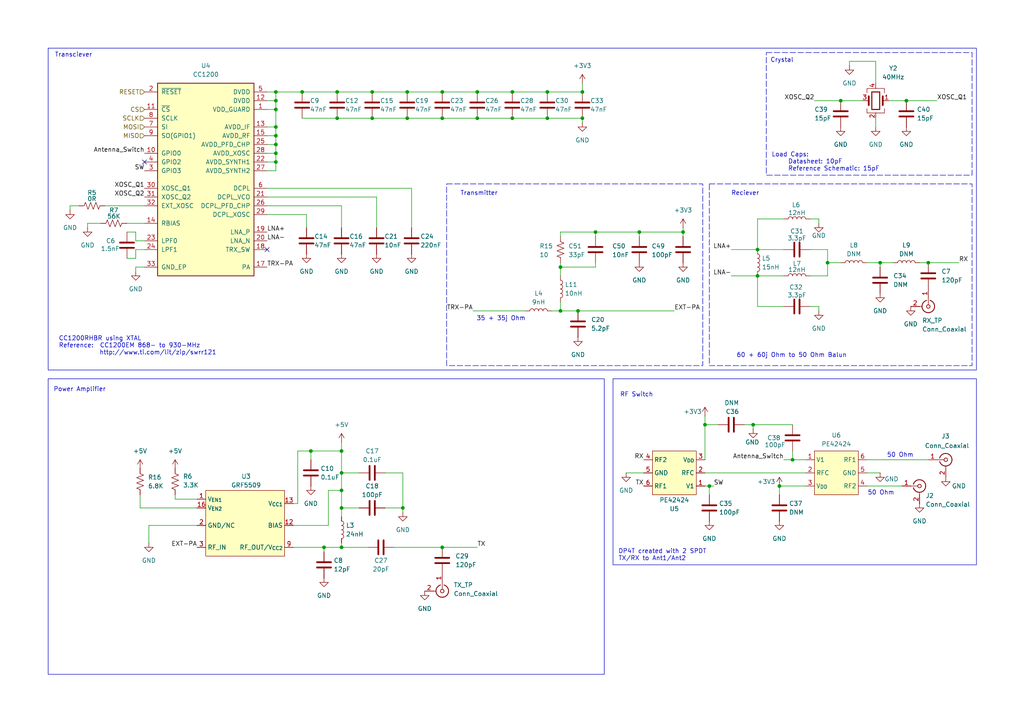
<source format=kicad_sch>
(kicad_sch (version 20231120) (generator "eeschema") (generator_version "8.0")
  (paper "A4")
  (lib_symbols
    (symbol "Connector:Conn_Coaxial" (pin_names (offset 1.016) hide)
      (property "Reference" "J" (at 0.254 3.048 0))
      (property "Value" "Conn_Coaxial" (at 2.921 0 90))
      (symbol "Conn_Coaxial_0_1"
        (arc (start -1.778 -0.508) (mid 0.2311 -1.8066) (end 1.778 0) (stroke (width 0.254)))
        (polyline (pts (xy -2.54 0) (xy -0.508 0)))
        (polyline (pts (xy 0 -2.54) (xy 0 -1.778)))
        (circle (center 0 0) (radius 0.508) (stroke (width 0.2032)))
        (arc (start 1.778 0) (mid 0.2099 1.8101) (end -1.778 0.508) (stroke (width 0.254)))
      )
      (symbol "Conn_Coaxial_1_1"
        (pin passive line (at -5.08 0 0) (length 2.54) (name "In") (number "1"))
        (pin passive line (at 0 -5.08 90) (length 2.54) (name "Ext") (number "2"))
      )
    )
    (symbol "Device:C" (pin_numbers hide) (pin_names (offset 0.254))
      (property "Reference" "C" (at 0.635 2.54 0))
      (property "Value" "C" (at 0.635 -2.54 0))
      (symbol "C_0_1"
        (polyline (pts (xy -2.032 -0.762) (xy 2.032 -0.762)) (stroke (width 0.508)))
        (polyline (pts (xy -2.032 0.762) (xy 2.032 0.762)) (stroke (width 0.508)))
      )
      (symbol "C_1_1"
        (pin passive line (at 0 3.81 270) (length 2.794) (name "~") (number "1"))
        (pin passive line (at 0 -3.81 90) (length 2.794) (name "~") (number "2"))
      )
    )
    (symbol "Device:Crystal_GND24" (pin_names (offset 1.016) hide)
      (property "Reference" "Y" (at 3.175 5.08 0))
      (property "Value" "Crystal_GND24" (at 3.175 3.175 0))
      (symbol "Crystal_GND24_0_1"
        (rectangle (start -1.143 2.54) (end 1.143 -2.54) (stroke (width 0.3048)))
        (polyline (pts (xy -2.54 0) (xy -2.032 0)))
        (polyline (pts (xy -2.032 -1.27) (xy -2.032 1.27)) (stroke (width 0.508)))
        (polyline (pts (xy 0 -3.81) (xy 0 -3.556)))
        (polyline (pts (xy 0 3.556) (xy 0 3.81)))
        (polyline (pts (xy 2.032 -1.27) (xy 2.032 1.27)) (stroke (width 0.508)))
        (polyline (pts (xy 2.032 0) (xy 2.54 0)))
        (polyline (pts (xy -2.54 -2.286) (xy -2.54 -3.556) (xy 2.54 -3.556) (xy 2.54 -2.286)))
        (polyline (pts (xy -2.54 2.286) (xy -2.54 3.556) (xy 2.54 3.556) (xy 2.54 2.286)))
      )
      (symbol "Crystal_GND24_1_1"
        (pin passive line (at -3.81 0 0) (length 1.27) (name "1") (number "1"))
        (pin passive line (at 0 5.08 270) (length 1.27) (name "2") (number "2"))
        (pin passive line (at 3.81 0 180) (length 1.27) (name "3") (number "3"))
        (pin passive line (at 0 -5.08 90) (length 1.27) (name "4") (number "4"))
      )
    )
    (symbol "Device:L" (pin_numbers hide) (pin_names (offset 1.016) hide)
      (property "Reference" "L" (at -1.27 0 90))
      (property "Value" "L" (at 1.905 0 90))
      (symbol "L_0_1"
        (arc (start 0 -2.54) (mid 0.6323 -1.905) (end 0 -1.27))
        (arc (start 0 -1.27) (mid 0.6323 -0.635) (end 0 0))
        (arc (start 0 0) (mid 0.6323 0.635) (end 0 1.27))
        (arc (start 0 1.27) (mid 0.6323 1.905) (end 0 2.54))
      )
      (symbol "L_1_1"
        (pin passive line (at 0 3.81 270) (length 1.27) (name "1") (number "1"))
        (pin passive line (at 0 -3.81 90) (length 1.27) (name "2") (number "2"))
      )
    )
    (symbol "Device:R_US" (pin_numbers hide) (pin_names (offset 0))
      (property "Reference" "R" (at 2.54 0 90))
      (property "Value" "R_US" (at -2.54 0 90))
      (symbol "R_US_0_1"
        (polyline (pts (xy 0 -2.286) (xy 0 -2.54)))
        (polyline (pts (xy 0 2.286) (xy 0 2.54)))
        (polyline (pts (xy 0 -0.762) (xy 1.016 -1.143) (xy 0 -1.524) (xy -1.016 -1.905) (xy 0 -2.286)))
        (polyline (pts (xy 0 0.762) (xy 1.016 0.381) (xy 0 0) (xy -1.016 -0.381) (xy 0 -0.762)))
        (polyline (pts (xy 0 2.286) (xy 1.016 1.905) (xy 0 1.524) (xy -1.016 1.143) (xy 0 0.762)))
      )
      (symbol "R_US_1_1"
        (pin passive line (at 0 3.81 270) (length 1.27) (name "~") (number "1"))
        (pin passive line (at 0 -3.81 90) (length 1.27) (name "~") (number "2"))
      )
    )
    (symbol "RF:CC1200" (pin_names (offset 1.016))
      (property "Reference" "U" (at -12.7 29.21 0))
      (property "Value" "CC1200" (at -10.16 -29.21 0))
      (symbol "CC1200_0_1"
        (rectangle (start -13.97 27.94) (end 13.97 -27.94) (stroke (width 0.254)) (fill (type background)))
      )
      (symbol "CC1200_1_1"
        (pin power_in line (at 17.78 20.32 180) (length 3.81) (name "VDD_GUARD") (number "1"))
        (pin bidirectional line (at -17.78 7.62 0) (length 3.81) (name "GPIO0") (number "10"))
        (pin input line (at -17.78 20.32 0) (length 3.81) (name "~{CS}") (number "11"))
        (pin power_in line (at 17.78 22.86 180) (length 3.81) (name "DVDD") (number "12"))
        (pin power_in line (at 17.78 15.24 180) (length 3.81) (name "AVDD_IF") (number "13"))
        (pin passive line (at -17.78 -12.7 0) (length 3.81) (name "RBIAS") (number "14"))
        (pin power_in line (at 17.78 12.7 180) (length 3.81) (name "AVDD_RF") (number "15"))
        (pin passive line (at 17.78 -25.4 180) (length 3.81) (name "PA") (number "17"))
        (pin passive line (at 17.78 -20.32 180) (length 3.81) (name "TRX_SW") (number "18"))
        (pin passive line (at 17.78 -15.24 180) (length 3.81) (name "LNA_P") (number "19"))
        (pin input line (at -17.78 25.4 0) (length 3.81) (name "~{RESET}") (number "2"))
        (pin passive line (at 17.78 -17.78 180) (length 3.81) (name "LNA_N") (number "20"))
        (pin power_out line (at 17.78 -5.08 180) (length 3.81) (name "DCPL_VCO") (number "21"))
        (pin power_in line (at 17.78 5.08 180) (length 3.81) (name "AVDD_SYNTH1") (number "22"))
        (pin passive line (at -17.78 -17.78 0) (length 3.81) (name "LPF0") (number "23"))
        (pin passive line (at -17.78 -20.32 0) (length 3.81) (name "LPF1") (number "24"))
        (pin power_in line (at 17.78 10.16 180) (length 3.81) (name "AVDD_PFD_CHP") (number "25"))
        (pin power_out line (at 17.78 -7.62 180) (length 3.81) (name "DCPL_PFD_CHP") (number "26"))
        (pin power_in line (at 17.78 2.54 180) (length 3.81) (name "AVDD_SYNTH2") (number "27"))
        (pin power_in line (at 17.78 7.62 180) (length 3.81) (name "AVDD_XOSC") (number "28"))
        (pin power_out line (at 17.78 -10.16 180) (length 3.81) (name "DCPL_XOSC") (number "29"))
        (pin bidirectional line (at -17.78 2.54 0) (length 3.81) (name "GPIO3") (number "3"))
        (pin passive line (at -17.78 -2.54 0) (length 3.81) (name "XOSC_Q1") (number "30"))
        (pin passive line (at -17.78 -5.08 0) (length 3.81) (name "XOSC_Q2") (number "31"))
        (pin input line (at -17.78 -7.62 0) (length 3.81) (name "EXT_XOSC") (number "32"))
        (pin power_in line (at -17.78 -25.4 0) (length 3.81) (name "GND_EP") (number "33"))
        (pin bidirectional line (at -17.78 5.08 0) (length 3.81) (name "GPIO2") (number "4"))
        (pin power_in line (at 17.78 25.4 180) (length 3.81) (name "DVDD") (number "5"))
        (pin power_out line (at 17.78 -2.54 180) (length 3.81) (name "DCPL") (number "6"))
        (pin input line (at -17.78 15.24 0) (length 3.81) (name "SI") (number "7"))
        (pin input line (at -17.78 17.78 0) (length 3.81) (name "SCLK") (number "8"))
        (pin bidirectional line (at -17.78 12.7 0) (length 3.81) (name "SO(GPIO1)") (number "9"))
      )
    )
    (symbol "ltt:GRF5509"
      (property "Reference" "U" (at -0.254 14.224 0))
      (property "Value" "GRF5509" (at 0 11.684 0))
      (symbol "GRF5509_1_1"
        (rectangle (start -11.43 10.16) (end 11.43 -8.89) (fill (type background)))
        (pin power_in line (at -13.97 7.62 0) (length 2.54) (name "V_{EN1}") (number "1"))
        (pin output line (at 13.97 -6.35 180) (length 2.54) hide (name "RF_OUT/V_{CC2}") (number "10"))
        (pin power_in line (at -13.97 0 0) (length 2.54) hide (name "GND/NC") (number "11"))
        (pin passive line (at 13.97 0 180) (length 2.54) (name "BIAS") (number "12"))
        (pin power_in line (at 13.97 6.35 180) (length 2.54) (name "V_{CC1}") (number "13"))
        (pin power_in line (at -13.97 0 0) (length 2.54) hide (name "GND/NC") (number "14"))
        (pin power_in line (at -13.97 0 0) (length 2.54) hide (name "GND/NC") (number "15"))
        (pin power_in line (at -13.97 5.08 0) (length 2.54) (name "V_{EN2}") (number "16"))
        (pin power_in line (at -13.97 0 0) (length 2.54) (name "GND/NC") (number "2"))
        (pin input line (at -13.97 -6.35 0) (length 2.54) (name "RF_IN") (number "3"))
        (pin input line (at -13.97 -6.35 0) (length 2.54) hide (name "RF_IN") (number "4"))
        (pin power_in line (at -13.97 0 0) (length 2.54) hide (name "GND/NC") (number "5"))
        (pin power_in line (at -13.97 0 0) (length 2.54) hide (name "GND/NC") (number "6"))
        (pin power_in line (at -13.97 0 0) (length 2.54) hide (name "GND/NC") (number "7"))
        (pin power_in line (at -13.97 0 0) (length 2.54) hide (name "GND/NC") (number "8"))
        (pin output line (at 13.97 -6.35 180) (length 2.54) (name "RF_OUT/V_{CC2}") (number "9"))
      )
    )
    (symbol "ltt:PE42424"
      (property "Reference" "U" (at 0 9.652 0))
      (property "Value" "PE42424" (at 0 7.62 0))
      (symbol "PE42424_1_1"
        (rectangle (start -6.35 6.35) (end 6.35 -6.35) (fill (type background)))
        (pin input line (at -8.89 3.81 0) (length 2.54) (name "V1") (number "1"))
        (pin passive line (at -8.89 0 0) (length 2.54) (name "RFC") (number "2"))
        (pin power_in line (at -8.89 -3.81 0) (length 2.54) (name "V_{DD}") (number "3"))
        (pin output line (at 8.89 -3.81 180) (length 2.54) (name "RF2") (number "4"))
        (pin power_in line (at 8.89 0 180) (length 2.54) (name "GND") (number "5"))
        (pin output line (at 8.89 3.81 180) (length 2.54) (name "RF1") (number "6"))
      )
    )
    (symbol "power:+3V3" (power) (pin_numbers hide) (pin_names (offset 0) hide)
      (property "Value" "+3V3" (at 0 3.556 0))
      (symbol "+3V3_0_1"
        (polyline (pts (xy -0.762 1.27) (xy 0 2.54)))
        (polyline (pts (xy 0 0) (xy 0 2.54)))
        (polyline (pts (xy 0 2.54) (xy 0.762 1.27)))
      )
      (symbol "+3V3_1_1"
        (pin power_in line (at 0 0 90) (length 0) (name "~") (number "1"))
      )
    )
    (symbol "power:+5V" (power) (pin_numbers hide) (pin_names (offset 0) hide)
      (property "Value" "+5V" (at 0 3.556 0))
      (symbol "+5V_0_1"
        (polyline (pts (xy -0.762 1.27) (xy 0 2.54)))
        (polyline (pts (xy 0 0) (xy 0 2.54)))
        (polyline (pts (xy 0 2.54) (xy 0.762 1.27)))
      )
      (symbol "+5V_1_1"
        (pin power_in line (at 0 0 90) (length 0) (name "~") (number "1"))
      )
    )
    (symbol "power:GND" (power) (pin_numbers hide) (pin_names (offset 0) hide)
      (property "Value" "GND" (at 0 -3.81 0))
      (symbol "GND_0_1"
        (polyline (pts (xy 0 0) (xy 0 -1.27) (xy 1.27 -1.27) (xy 0 -2.54) (xy -1.27 -1.27) (xy 0 -1.27)))
      )
      (symbol "GND_1_1"
        (pin power_in line (at 0 0 270) (length 0) (name "~") (number "1"))
      )
    )
  )
  (junction (at 185.42 67.31))
  (junction (at 97.79 34.29))
  (junction (at 80.01 41.91))
  (junction (at 80.01 39.37))
  (junction (at 243.84 29.21))
  (junction (at 219.71 72.39))
  (junction (at 226.06 140.97))
  (junction (at 118.11 34.29))
  (junction (at 204.47 123.19))
  (junction (at 97.79 26.67))
  (junction (at 80.01 46.99))
  (junction (at 128.27 26.67))
  (junction (at 168.91 26.67))
  (junction (at 162.56 90.17))
  (junction (at 93.98 158.75))
  (junction (at 158.75 34.29))
  (junction (at 80.01 44.45))
  (junction (at 107.95 26.67))
  (junction (at 87.63 26.67))
  (junction (at 269.24 76.2))
  (junction (at 255.27 76.2))
  (junction (at 229.87 133.35))
  (junction (at 128.27 158.75))
  (junction (at 80.01 26.67))
  (junction (at 80.01 36.83))
  (junction (at 148.59 34.29))
  (junction (at 172.72 67.31))
  (junction (at 198.12 67.31))
  (junction (at 99.06 142.24))
  (junction (at 99.06 130.81))
  (junction (at 168.91 34.29))
  (junction (at 107.95 34.29))
  (junction (at 90.17 130.81))
  (junction (at 205.74 140.97))
  (junction (at 148.59 26.67))
  (junction (at 99.06 158.75))
  (junction (at 116.84 147.32))
  (junction (at 99.06 147.32))
  (junction (at 158.75 26.67))
  (junction (at 240.03 76.2))
  (junction (at 99.06 137.16))
  (junction (at 128.27 34.29))
  (junction (at 138.43 26.67))
  (junction (at 219.71 80.01))
  (junction (at 138.43 34.29))
  (junction (at 162.56 77.47))
  (junction (at 262.89 29.21))
  (junction (at 80.01 31.75))
  (junction (at 118.11 26.67))
  (junction (at 218.44 123.19))
  (junction (at 167.64 90.17))
  (junction (at 80.01 29.21))
  (no_connect (at 41.91 46.99))
  (no_connect (at 77.47 72.39))
  (wire (pts (xy 254 17.78) (xy 246.38 17.78)))
  (wire (pts (xy 172.72 67.31) (xy 185.42 67.31)))
  (wire (pts (xy 99.06 142.24) (xy 99.06 147.32)))
  (wire (pts (xy 219.71 80.01) (xy 227.33 80.01)))
  (wire (pts (xy 148.59 34.29) (xy 158.75 34.29)))
  (wire (pts (xy 219.71 72.39) (xy 227.33 72.39)))
  (wire (pts (xy 168.91 26.67) (xy 168.91 24.13)))
  (wire (pts (xy 226.06 140.97) (xy 226.06 143.51)))
  (wire (pts (xy 77.47 44.45) (xy 80.01 44.45)))
  (wire (pts (xy 168.91 35.56) (xy 168.91 34.29)))
  (wire (pts (xy 237.49 88.9) (xy 237.49 90.17)))
  (wire (pts (xy 36.83 64.77) (xy 41.91 64.77)))
  (wire (pts (xy 128.27 34.29) (xy 138.43 34.29)))
  (wire (pts (xy 212.09 80.01) (xy 219.71 80.01)))
  (wire (pts (xy 229.87 133.35) (xy 233.68 133.35)))
  (wire (pts (xy 255.27 76.2) (xy 259.08 76.2)))
  (wire (pts (xy 39.37 72.39) (xy 39.37 74.93)))
  (wire (pts (xy 80.01 41.91) (xy 80.01 39.37)))
  (wire (pts (xy 107.95 26.67) (xy 118.11 26.67)))
  (wire (pts (xy 43.18 152.4) (xy 57.15 152.4)))
  (wire (pts (xy 205.74 140.97) (xy 205.74 143.51)))
  (wire (pts (xy 240.03 72.39) (xy 240.03 76.2)))
  (wire (pts (xy 227.33 133.35) (xy 229.87 133.35)))
  (wire (pts (xy 86.36 130.81) (xy 86.36 146.05)))
  (wire (pts (xy 255.27 137.16) (xy 251.46 137.16)))
  (wire (pts (xy 57.15 147.32) (xy 40.64 147.32)))
  (wire (pts (xy 218.44 123.19) (xy 229.87 123.19)))
  (wire (pts (xy 251.46 76.2) (xy 255.27 76.2)))
  (wire (pts (xy 162.56 87.63) (xy 162.56 90.17)))
  (wire (pts (xy 77.47 59.69) (xy 99.06 59.69)))
  (wire (pts (xy 99.06 157.48) (xy 99.06 158.75)))
  (wire (pts (xy 40.64 147.32) (xy 40.64 143.51)))
  (wire (pts (xy 30.48 59.69) (xy 41.91 59.69)))
  (wire (pts (xy 226.06 140.97) (xy 233.68 140.97)))
  (wire (pts (xy 148.59 26.67) (xy 158.75 26.67)))
  (wire (pts (xy 257.81 29.21) (xy 262.89 29.21)))
  (wire (pts (xy 212.09 72.39) (xy 219.71 72.39)))
  (wire (pts (xy 85.09 152.4) (xy 95.25 152.4)))
  (wire (pts (xy 138.43 26.67) (xy 148.59 26.67)))
  (wire (pts (xy 90.17 130.81) (xy 90.17 133.35)))
  (wire (pts (xy 80.01 44.45) (xy 80.01 46.99)))
  (wire (pts (xy 87.63 34.29) (xy 97.79 34.29)))
  (wire (pts (xy 219.71 88.9) (xy 219.71 80.01)))
  (wire (pts (xy 90.17 130.81) (xy 99.06 130.81)))
  (wire (pts (xy 246.38 17.78) (xy 246.38 19.05)))
  (wire (pts (xy 88.9 62.23) (xy 77.47 62.23)))
  (wire (pts (xy 77.47 39.37) (xy 80.01 39.37)))
  (wire (pts (xy 204.47 123.19) (xy 204.47 133.35)))
  (wire (pts (xy 181.61 137.16) (xy 186.69 137.16)))
  (wire (pts (xy 99.06 158.75) (xy 106.68 158.75)))
  (wire (pts (xy 254 24.13) (xy 254 17.78)))
  (wire (pts (xy 39.37 74.93) (xy 36.83 74.93)))
  (wire (pts (xy 25.4 64.77) (xy 25.4 66.04)))
  (wire (pts (xy 99.06 128.27) (xy 99.06 130.81)))
  (wire (pts (xy 204.47 120.65) (xy 204.47 123.19)))
  (wire (pts (xy 57.15 144.78) (xy 50.8 144.78)))
  (wire (pts (xy 95.25 152.4) (xy 95.25 142.24)))
  (wire (pts (xy 185.42 67.31) (xy 198.12 67.31)))
  (wire (pts (xy 243.84 29.21) (xy 250.19 29.21)))
  (wire (pts (xy 262.89 29.21) (xy 271.78 29.21)))
  (wire (pts (xy 111.76 147.32) (xy 116.84 147.32)))
  (wire (pts (xy 77.47 57.15) (xy 109.22 57.15)))
  (wire (pts (xy 204.47 140.97) (xy 205.74 140.97)))
  (wire (pts (xy 128.27 26.67) (xy 138.43 26.67)))
  (wire (pts (xy 86.36 130.81) (xy 90.17 130.81)))
  (wire (pts (xy 80.01 36.83) (xy 80.01 39.37)))
  (wire (pts (xy 236.22 29.21) (xy 243.84 29.21)))
  (wire (pts (xy 237.49 63.5) (xy 237.49 64.77)))
  (wire (pts (xy 97.79 34.29) (xy 107.95 34.29)))
  (wire (pts (xy 99.06 147.32) (xy 99.06 149.86)))
  (wire (pts (xy 204.47 137.16) (xy 233.68 137.16)))
  (wire (pts (xy 93.98 158.75) (xy 99.06 158.75)))
  (wire (pts (xy 77.47 41.91) (xy 80.01 41.91)))
  (wire (pts (xy 39.37 69.85) (xy 39.37 67.31)))
  (wire (pts (xy 88.9 66.04) (xy 88.9 62.23)))
  (wire (pts (xy 251.46 133.35) (xy 269.24 133.35)))
  (wire (pts (xy 20.32 59.69) (xy 22.86 59.69)))
  (wire (pts (xy 43.18 157.48) (xy 43.18 152.4)))
  (wire (pts (xy 227.33 63.5) (xy 219.71 63.5)))
  (wire (pts (xy 118.11 34.29) (xy 128.27 34.29)))
  (wire (pts (xy 118.11 26.67) (xy 128.27 26.67)))
  (wire (pts (xy 227.33 88.9) (xy 219.71 88.9)))
  (wire (pts (xy 219.71 63.5) (xy 219.71 72.39)))
  (wire (pts (xy 99.06 137.16) (xy 104.14 137.16)))
  (wire (pts (xy 39.37 77.47) (xy 41.91 77.47)))
  (wire (pts (xy 99.06 130.81) (xy 99.06 137.16)))
  (wire (pts (xy 80.01 26.67) (xy 87.63 26.67)))
  (wire (pts (xy 109.22 57.15) (xy 109.22 66.04)))
  (wire (pts (xy 116.84 137.16) (xy 116.84 147.32)))
  (wire (pts (xy 80.01 26.67) (xy 80.01 29.21)))
  (wire (pts (xy 160.02 90.17) (xy 162.56 90.17)))
  (wire (pts (xy 97.79 26.67) (xy 107.95 26.67)))
  (wire (pts (xy 218.44 124.46) (xy 218.44 123.19)))
  (wire (pts (xy 41.91 69.85) (xy 39.37 69.85)))
  (wire (pts (xy 162.56 76.2) (xy 162.56 77.47)))
  (wire (pts (xy 77.47 46.99) (xy 80.01 46.99)))
  (wire (pts (xy 119.38 54.61) (xy 77.47 54.61)))
  (wire (pts (xy 172.72 67.31) (xy 172.72 68.58)))
  (wire (pts (xy 215.9 123.19) (xy 218.44 123.19)))
  (wire (pts (xy 116.84 147.32) (xy 116.84 148.59)))
  (wire (pts (xy 77.47 29.21) (xy 80.01 29.21)))
  (wire (pts (xy 204.47 123.19) (xy 208.28 123.19)))
  (wire (pts (xy 229.87 130.81) (xy 229.87 133.35)))
  (wire (pts (xy 99.06 137.16) (xy 99.06 142.24)))
  (wire (pts (xy 85.09 158.75) (xy 93.98 158.75)))
  (wire (pts (xy 39.37 72.39) (xy 41.91 72.39)))
  (wire (pts (xy 77.47 26.67) (xy 80.01 26.67)))
  (wire (pts (xy 185.42 67.31) (xy 185.42 68.58)))
  (wire (pts (xy 162.56 68.58) (xy 162.56 67.31)))
  (wire (pts (xy 138.43 34.29) (xy 148.59 34.29)))
  (wire (pts (xy 234.95 88.9) (xy 237.49 88.9)))
  (wire (pts (xy 39.37 67.31) (xy 36.83 67.31)))
  (wire (pts (xy 251.46 140.97) (xy 261.62 140.97)))
  (wire (pts (xy 20.32 60.96) (xy 20.32 59.69)))
  (wire (pts (xy 167.64 90.17) (xy 195.58 90.17)))
  (wire (pts (xy 162.56 67.31) (xy 172.72 67.31)))
  (wire (pts (xy 50.8 144.78) (xy 50.8 143.51)))
  (wire (pts (xy 234.95 63.5) (xy 237.49 63.5)))
  (wire (pts (xy 93.98 158.75) (xy 93.98 160.02)))
  (wire (pts (xy 137.16 90.17) (xy 152.4 90.17)))
  (wire (pts (xy 172.72 76.2) (xy 172.72 77.47)))
  (wire (pts (xy 158.75 26.67) (xy 168.91 26.67)))
  (wire (pts (xy 85.09 146.05) (xy 86.36 146.05)))
  (wire (pts (xy 119.38 66.04) (xy 119.38 54.61)))
  (wire (pts (xy 234.95 80.01) (xy 240.03 80.01)))
  (wire (pts (xy 80.01 29.21) (xy 80.01 31.75)))
  (wire (pts (xy 158.75 34.29) (xy 168.91 34.29)))
  (wire (pts (xy 266.7 76.2) (xy 269.24 76.2)))
  (wire (pts (xy 80.01 46.99) (xy 80.01 49.53)))
  (wire (pts (xy 205.74 140.97) (xy 207.01 140.97)))
  (wire (pts (xy 198.12 67.31) (xy 198.12 68.58)))
  (wire (pts (xy 77.47 31.75) (xy 80.01 31.75)))
  (wire (pts (xy 77.47 49.53) (xy 80.01 49.53)))
  (wire (pts (xy 198.12 67.31) (xy 198.12 66.04)))
  (wire (pts (xy 254 34.29) (xy 254 36.83)))
  (wire (pts (xy 95.25 142.24) (xy 99.06 142.24)))
  (wire (pts (xy 80.01 44.45) (xy 80.01 41.91)))
  (wire (pts (xy 240.03 76.2) (xy 243.84 76.2)))
  (wire (pts (xy 269.24 76.2) (xy 278.13 76.2)))
  (wire (pts (xy 234.95 72.39) (xy 240.03 72.39)))
  (wire (pts (xy 29.21 64.77) (xy 25.4 64.77)))
  (wire (pts (xy 255.27 76.2) (xy 255.27 77.47)))
  (wire (pts (xy 107.95 34.29) (xy 118.11 34.29)))
  (wire (pts (xy 80.01 31.75) (xy 80.01 36.83)))
  (wire (pts (xy 77.47 36.83) (xy 80.01 36.83)))
  (wire (pts (xy 240.03 80.01) (xy 240.03 76.2)))
  (wire (pts (xy 104.14 147.32) (xy 99.06 147.32)))
  (wire (pts (xy 172.72 77.47) (xy 162.56 77.47)))
  (wire (pts (xy 162.56 77.47) (xy 162.56 80.01)))
  (wire (pts (xy 116.84 137.16) (xy 111.76 137.16)))
  (wire (pts (xy 99.06 59.69) (xy 99.06 66.04)))
  (wire (pts (xy 39.37 77.47) (xy 39.37 78.74)))
  (wire (pts (xy 87.63 26.67) (xy 97.79 26.67)))
  (wire (pts (xy 128.27 158.75) (xy 138.43 158.75)))
  (wire (pts (xy 114.3 158.75) (xy 128.27 158.75)))
  (wire (pts (xy 162.56 90.17) (xy 167.64 90.17)))
  (rectangle (start 205.74 53.34) (end 281.94 106.045) (stroke (width 0) (type dash)))
  (rectangle (start 222.25 15.24) (end 281.94 50.8) (stroke (width 0) (type dash)))
  (rectangle (start 129.54 53.34) (end 203.835 106.045) (stroke (width 0) (type dash)))
  (rectangle (start 13.97 109.855) (end 175.26 195.58))
  (rectangle (start 177.8 109.855) (end 283.21 163.83))
  (rectangle (start 13.97 13.97) (end 283.21 107.315))
  (text "DP4T created with 2 SPDT\nTX/RX to Ant1/Ant2" (at 179.324 161.036 0) (effects (font (size 1.27 1.27)) (justify left)))
  (text "Transciever" (at 21.336 16.002 0) (effects (font (size 1.27 1.27))))
  (text "Load Caps: \n	Datasheet: 10pF\n	Reference Schematic: 15pF" (at 223.774 46.99 0) (effects (font (size 1.27 1.27)) (justify left)))
  (text "Power Amplifier" (at 23.114 113.03 0) (effects (font (size 1.27 1.27))))
  (text "RF Switch" (at 179.832 114.554 0) (effects (font (size 1.27 1.27)) (justify left)))
  (text "CC1200RHBR using XTAL\nReference:  CC1200EM 868- to 930-MHz\n		  http://www.ti.com/lit/zip/swrr121" (at 17.018 100.33 0) (effects (font (size 1.27 1.27)) (justify left)))
  (text "35 + 35j Ohm\n" (at 138.176 92.456 0) (effects (font (size 1.27 1.27)) (justify left)))
  (text "50 Ohm" (at 255.524 143.002 0) (effects (font (size 1.27 1.27))))
  (text "50 Ohm" (at 261.112 132.08 0) (effects (font (size 1.27 1.27))))
  (text "Crystal" (at 226.822 17.526 0) (effects (font (size 1.27 1.27))))
  (text "60 + 60j Ohm to 50 Ohm Balun" (at 229.616 103.124 0) (effects (font (size 1.27 1.27))))
  (text "Transmitter" (at 138.938 56.134 0) (effects (font (size 1.27 1.27))))
  (text "Reciever" (at 216.154 56.134 0) (effects (font (size 1.27 1.27))))
  (label "LNA+" (at 212.09 72.39 180))
  (label "EXT-PA" (at 57.15 158.75 180))
  (label "Antenna_Switch" (at 227.33 133.35 180))
  (label "Antenna_Switch" (at 41.91 44.45 180))
  (label "LNA-" (at 77.47 69.85 0))
  (label "RX" (at 278.13 76.2 0))
  (label "LNA+" (at 77.47 67.31 0))
  (label "TRX-PA" (at 77.47 77.47 0))
  (label "TX" (at 138.43 158.75 0))
  (label "TRX-PA" (at 137.16 90.17 180))
  (label "XOSC_Q2" (at 41.91 57.15 180))
  (label "LNA-" (at 212.09 80.01 180))
  (label "TX" (at 186.69 140.97 180))
  (label "XOSC_Q1" (at 271.78 29.21 0))
  (label "XOSC_Q2" (at 236.22 29.21 180))
  (label "EXT-PA" (at 195.58 90.17 0))
  (label "SW" (at 207.01 140.97 0))
  (label "RX" (at 186.69 133.35 180))
  (label "XOSC_Q1" (at 41.91 54.61 180))
  (label "SW" (at 41.91 49.53 180))
  (hierarchical_label "MISO" (shape input) (at 41.91 39.37 180))
  (hierarchical_label "CS" (shape input) (at 41.91 31.75 180))
  (hierarchical_label "MOSI" (shape input) (at 41.91 36.83 180))
  (hierarchical_label "RESET" (shape input) (at 41.91 26.67 180))
  (hierarchical_label "SCLK" (shape input) (at 41.91 34.29 180))
  (symbol (lib_id "Device:L") (at 162.56 83.82 0) (unit 1)
    (property "Reference" "L11" (at 163.83 82.5499 0) (effects (justify left)))
    (property "Value" "10nH" (at 163.83 85.0899 0) (effects (justify left)))
    (property "Footprint" "Inductor_SMD:L_0402_1005Metric_Pad0.77x0.64mm_HandSolder" (effects (hide yes)))
    (property "Description" "Inductor" (effects (hide yes)))
  )
  (symbol (lib_id "power:+3V3") (at 198.12 66.04 0) (unit 1)
    (property "Reference" "#PWR068" (effects (hide yes)))
    (property "Value" "+3V3" (at 198.12 60.96 0))
    (property "Description" "Power symbol creates a global label with name \"+3V3\"" (effects (hide yes)))
  )
  (symbol (lib_id "Device:C") (at 243.84 33.02 0) (unit 1)
    (property "Reference" "C39" (at 236.22 31.75 0) (effects (justify left)))
    (property "Value" "15pF" (at 236.22 34.29 0) (effects (justify left)))
    (property "Footprint" "Capacitor_SMD:C_0402_1005Metric_Pad0.74x0.62mm_HandSolder" (effects (hide yes)))
    (property "Description" "Unpolarized capacitor" (effects (hide yes)))
  )
  (symbol (lib_id "Device:C") (at 107.95 147.32 90) (unit 1)
    (property "Reference" "C18" (at 107.95 140.97 90))
    (property "Value" "100pF" (at 107.95 143.51 90))
    (property "Footprint" "Capacitor_SMD:C_0402_1005Metric_Pad0.74x0.62mm_HandSolder" (effects (hide yes)))
    (property "Description" "Unpolarized capacitor" (effects (hide yes)))
  )
  (symbol (lib_id "Device:R_US") (at 33.02 64.77 90) (unit 1)
    (property "Reference" "R7" (at 33.02 60.96 90))
    (property "Value" "56K" (at 33.02 62.738 90))
    (property "Footprint" "Resistor_SMD:R_0402_1005Metric_Pad0.72x0.64mm_HandSolder" (effects (hide yes)))
    (property "Description" "Resistor, US symbol" (effects (hide yes)))
  )
  (symbol (lib_id "power:GND") (at 20.32 60.96 0) (unit 1)
    (property "Reference" "#PWR015" (effects (hide yes)))
    (property "Value" "GND" (at 20.32 66.04 0))
    (property "Description" "Power symbol creates a global label with name \"GND\" , ground" (effects (hide yes)))
  )
  (symbol (lib_id "power:GND") (at 205.74 151.13 0) (unit 1)
    (property "Reference" "#PWR044" (effects (hide yes)))
    (property "Value" "GND" (at 205.74 156.21 0))
    (property "Description" "Power symbol creates a global label with name \"GND\" , ground" (effects (hide yes)))
  )
  (symbol (lib_id "Device:C") (at 110.49 158.75 90) (unit 1)
    (property "Reference" "C27" (at 110.49 162.56 90))
    (property "Value" "20pF" (at 110.49 165.1 90))
    (property "Footprint" "Capacitor_SMD:C_0402_1005Metric_Pad0.74x0.62mm_HandSolder" (effects (hide yes)))
    (property "Description" "Unpolarized capacitor" (effects (hide yes)))
  )
  (symbol (lib_id "Device:C") (at 118.11 30.48 0) (unit 1)
    (property "Reference" "C19" (at 120.396 29.21 0) (effects (justify left)))
    (property "Value" "47nF" (at 120.396 31.75 0) (effects (justify left)))
    (property "Footprint" "Capacitor_SMD:C_0402_1005Metric_Pad0.74x0.62mm_HandSolder" (effects (hide yes)))
    (property "Description" "Unpolarized capacitor" (effects (hide yes)))
  )
  (symbol (lib_id "Device:C") (at 93.98 163.83 0) (unit 1)
    (property "Reference" "C8" (at 96.774 162.56 0) (effects (justify left)))
    (property "Value" "12pF" (at 96.774 165.1 0) (effects (justify left)))
    (property "Footprint" "Capacitor_SMD:C_0402_1005Metric_Pad0.74x0.62mm_HandSolder" (effects (hide yes)))
    (property "Description" "Unpolarized capacitor" (effects (hide yes)))
  )
  (symbol (lib_id "power:GND") (at 43.18 157.48 0) (unit 1)
    (property "Reference" "#PWR014" (effects (hide yes)))
    (property "Value" "GND" (at 43.18 162.56 0))
    (property "Description" "Power symbol creates a global label with name \"GND\" , ground" (effects (hide yes)))
  )
  (symbol (lib_id "Device:R_US") (at 50.8 139.7 0) (unit 1)
    (property "Reference" "R6" (at 53.086 138.176 0) (effects (justify left)))
    (property "Value" "3.3K" (at 53.086 140.716 0) (effects (justify left)))
    (property "Description" "Resistor, US symbol" (effects (hide yes)))
  )
  (symbol (lib_id "Device:L") (at 219.71 76.2 0) (unit 1)
    (property "Reference" "L5" (at 220.98 74.9299 0) (effects (justify left)))
    (property "Value" "15nH" (at 220.98 77.4699 0) (effects (justify left)))
    (property "Footprint" "Inductor_SMD:L_0402_1005Metric_Pad0.77x0.64mm_HandSolder" (effects (hide yes)))
    (property "Description" "Inductor" (effects (hide yes)))
  )
  (symbol (lib_id "Device:C") (at 172.72 72.39 0) (unit 1)
    (property "Reference" "C51" (at 164.846 71.374 0) (effects (justify left)))
    (property "Value" "33pF" (at 164.846 73.914 0) (effects (justify left)))
    (property "Footprint" "Capacitor_SMD:C_0402_1005Metric_Pad0.74x0.62mm_HandSolder" (effects (hide yes)))
    (property "Description" "Unpolarized capacitor" (effects (hide yes)))
  )
  (symbol (lib_id "Device:C") (at 205.74 147.32 0) (unit 1)
    (property "Reference" "C35" (at 208.534 146.05 0) (effects (justify left)))
    (property "Value" "100pF" (at 208.534 148.59 0) (effects (justify left)))
    (property "Footprint" "Capacitor_SMD:C_0402_1005Metric_Pad0.74x0.62mm_HandSolder" (effects (hide yes)))
    (property "Description" "Unpolarized capacitor" (effects (hide yes)))
  )
  (symbol (lib_id "power:GND") (at 109.22 73.66 0) (unit 1)
    (property "Reference" "#PWR032" (effects (hide yes)))
    (property "Value" "GND" (at 109.22 78.74 0))
    (property "Description" "Power symbol creates a global label with name \"GND\" , ground" (effects (hide yes)))
  )
  (symbol (lib_id "power:GND") (at 39.37 78.74 0) (unit 1)
    (property "Reference" "#PWR018" (effects (hide yes)))
    (property "Value" "GND" (at 39.37 83.82 0))
    (property "Description" "Power symbol creates a global label with name \"GND\" , ground" (effects (hide yes)))
  )
  (symbol (lib_id "power:GND") (at 119.38 73.66 0) (unit 1)
    (property "Reference" "#PWR034" (effects (hide yes)))
    (property "Value" "GND" (at 119.38 78.74 0))
    (property "Description" "Power symbol creates a global label with name \"GND\" , ground" (effects (hide yes)))
  )
  (symbol (lib_id "Device:C") (at 158.75 30.48 0) (unit 1)
    (property "Reference" "C30" (at 161.036 29.21 0) (effects (justify left)))
    (property "Value" "47nF" (at 161.036 31.75 0) (effects (justify left)))
    (property "Footprint" "Capacitor_SMD:C_0402_1005Metric_Pad0.74x0.62mm_HandSolder" (effects (hide yes)))
    (property "Description" "Unpolarized capacitor" (effects (hide yes)))
  )
  (symbol (lib_id "power:GND") (at 264.16 88.9 0) (unit 1)
    (property "Reference" "#PWR016" (effects (hide yes)))
    (property "Value" "GND" (at 264.16 93.98 0))
    (property "Description" "Power symbol creates a global label with name \"GND\" , ground" (effects (hide yes)))
  )
  (symbol (lib_id "Device:C") (at 97.79 30.48 0) (unit 1)
    (property "Reference" "C12" (at 100.076 29.21 0) (effects (justify left)))
    (property "Value" "47nF" (at 100.076 31.75 0) (effects (justify left)))
    (property "Footprint" "Capacitor_SMD:C_0402_1005Metric_Pad0.74x0.62mm_HandSolder" (effects (hide yes)))
    (property "Description" "Unpolarized capacitor" (effects (hide yes)))
  )
  (symbol (lib_id "power:GND") (at 266.7 146.05 0) (unit 1)
    (property "Reference" "#PWR053" (effects (hide yes)))
    (property "Value" "GND" (at 266.7 151.13 0))
    (property "Description" "Power symbol creates a global label with name \"GND\" , ground" (effects (hide yes)))
  )
  (symbol (lib_id "Connector:Conn_Coaxial") (at 269.24 88.9 270) (unit 1)
    (property "Reference" "RX_TP" (at 267.462 92.964 90) (effects (justify left)))
    (property "Value" "Conn_Coaxial" (at 267.462 95.504 90) (effects (justify left)))
    (property "Footprint" "Connector_Coaxial:U.FL_Molex_MCRF_73412-0110_Vertical" (effects (hide yes)))
    (property "Description" "coaxial connector (BNC, SMA, SMB, SMC, Cinch/RCA, LEMO, ...)" (effects (hide yes)))
  )
  (symbol (lib_id "Device:L") (at 262.89 76.2 90) (unit 1)
    (property "Reference" "L9" (at 262.89 71.12 90))
    (property "Value" "DNM" (at 262.89 73.66 90))
    (property "Footprint" "Inductor_SMD:L_0402_1005Metric_Pad0.77x0.64mm_HandSolder" (effects (hide yes)))
    (property "Description" "Inductor" (effects (hide yes)))
  )
  (symbol (lib_id "power:GND") (at 185.42 76.2 0) (unit 1)
    (property "Reference" "#PWR070" (effects (hide yes)))
    (property "Value" "GND" (at 185.42 81.28 0))
    (property "Description" "Power symbol creates a global label with name \"GND\" , ground" (effects (hide yes)))
  )
  (symbol (lib_id "Device:C") (at 119.38 69.85 0) (unit 1)
    (property "Reference" "C24" (at 121.92 68.58 0) (effects (justify left)))
    (property "Value" "220nF" (at 121.92 71.12 0) (effects (justify left)))
    (property "Footprint" "Capacitor_SMD:C_0402_1005Metric_Pad0.74x0.62mm_HandSolder" (effects (hide yes)))
    (property "Description" "Unpolarized capacitor" (effects (hide yes)))
  )
  (symbol (lib_id "power:GND") (at 90.17 140.97 0) (unit 1)
    (property "Reference" "#PWR019" (effects (hide yes)))
    (property "Value" "GND" (at 90.17 146.05 0))
    (property "Description" "Power symbol creates a global label with name \"GND\" , ground" (effects (hide yes)))
  )
  (symbol (lib_id "Device:C") (at 128.27 162.56 0) (unit 1)
    (property "Reference" "C29" (at 132.08 161.2899 0) (effects (justify left)))
    (property "Value" "120pF" (at 132.08 163.8299 0) (effects (justify left)))
    (property "Footprint" "Capacitor_SMD:C_0402_1005Metric_Pad0.74x0.62mm_HandSolder" (effects (hide yes)))
    (property "Description" "Unpolarized capacitor" (effects (hide yes)))
  )
  (symbol (lib_id "power:GND") (at 237.49 64.77 0) (unit 1)
    (property "Reference" "#PWR039" (effects (hide yes)))
    (property "Value" "GND" (at 237.49 68.326 0))
    (property "Description" "Power symbol creates a global label with name \"GND\" , ground" (effects (hide yes)))
  )
  (symbol (lib_id "Device:C") (at 198.12 72.39 0) (unit 1)
    (property "Reference" "C49" (at 188.976 71.374 0) (effects (justify left)))
    (property "Value" "100pF" (at 188.976 73.914 0) (effects (justify left)))
    (property "Footprint" "Capacitor_SMD:C_0402_1005Metric_Pad0.74x0.62mm_HandSolder" (effects (hide yes)))
    (property "Description" "Unpolarized capacitor" (effects (hide yes)))
  )
  (symbol (lib_id "Device:L") (at 156.21 90.17 90) (unit 1)
    (property "Reference" "L4" (at 156.21 85.09 90))
    (property "Value" "9nH" (at 156.21 87.63 90))
    (property "Footprint" "Inductor_SMD:L_0402_1005Metric_Pad0.77x0.64mm_HandSolder" (effects (hide yes)))
    (property "Description" "Inductor" (effects (hide yes)))
  )
  (symbol (lib_id "power:GND") (at 168.91 35.56 0) (unit 1)
    (property "Reference" "#PWR038" (effects (hide yes)))
    (property "Value" "GND" (at 168.91 40.64 0))
    (property "Description" "Power symbol creates a global label with name \"GND\" , ground" (effects (hide yes)))
  )
  (symbol (lib_id "Device:C") (at 212.09 123.19 90) (unit 1)
    (property "Reference" "C36" (at 214.376 119.38 90) (effects (justify left)))
    (property "Value" "DNM" (at 214.376 116.84 90) (effects (justify left)))
    (property "Footprint" "Capacitor_SMD:C_0402_1005Metric_Pad0.74x0.62mm_HandSolder" (effects (hide yes)))
    (property "Description" "Unpolarized capacitor" (effects (hide yes)))
  )
  (symbol (lib_id "Device:C") (at 185.42 72.39 0) (unit 1)
    (property "Reference" "C50" (at 177.546 71.374 0) (effects (justify left)))
    (property "Value" "10nF" (at 177.546 73.914 0) (effects (justify left)))
    (property "Footprint" "Capacitor_SMD:C_0402_1005Metric_Pad0.74x0.62mm_HandSolder" (effects (hide yes)))
    (property "Description" "Unpolarized capacitor" (effects (hide yes)))
  )
  (symbol (lib_id "Device:C") (at 107.95 30.48 0) (unit 1)
    (property "Reference" "C15" (at 110.236 29.21 0) (effects (justify left)))
    (property "Value" "47nF" (at 110.236 31.75 0) (effects (justify left)))
    (property "Footprint" "Capacitor_SMD:C_0402_1005Metric_Pad0.74x0.62mm_HandSolder" (effects (hide yes)))
    (property "Description" "Unpolarized capacitor" (effects (hide yes)))
  )
  (symbol (lib_id "Device:C") (at 109.22 69.85 0) (unit 1)
    (property "Reference" "C21" (at 111.506 68.58 0) (effects (justify left)))
    (property "Value" "10nF" (at 111.506 71.12 0) (effects (justify left)))
    (property "Footprint" "Capacitor_SMD:C_0402_1005Metric_Pad0.74x0.62mm_HandSolder" (effects (hide yes)))
    (property "Description" "Unpolarized capacitor" (effects (hide yes)))
  )
  (symbol (lib_id "Device:C") (at 167.64 93.98 0) (unit 1)
    (property "Reference" "C20" (at 171.45 92.7099 0) (effects (justify left)))
    (property "Value" "5.2pF" (at 171.45 95.2499 0) (effects (justify left)))
    (property "Footprint" "Capacitor_SMD:C_0402_1005Metric_Pad0.74x0.62mm_HandSolder" (effects (hide yes)))
    (property "Description" "Unpolarized capacitor" (effects (hide yes)))
  )
  (symbol (lib_id "ltt:PE42424") (at 195.58 137.16 180) (unit 1)
    (property "Reference" "U5" (at 195.58 147.574 0))
    (property "Value" "PE42424" (at 195.58 145.034 0))
    (property "Footprint" "PE42424A:DFN6_1P5X1P5-0P5_PSM" (effects (hide yes)))
    (property "Datasheet" "https://www.psemi.com/pdf/datasheets/pe42424ds.pdf" (effects (hide yes)))
  )
  (symbol (lib_id "power:GND") (at 246.38 19.05 0) (unit 1)
    (property "Reference" "#PWR049" (effects (hide yes)))
    (property "Value" "GND" (at 246.38 24.13 0))
    (property "Description" "Power symbol creates a global label with name \"GND\" , ground" (effects (hide yes)))
  )
  (symbol (lib_id "Device:L") (at 99.06 153.67 0) (unit 1)
    (property "Reference" "L3" (at 100.33 152.3999 0) (effects (justify left)))
    (property "Value" "24nH" (at 100.33 154.9399 0) (effects (justify left)))
    (property "Footprint" "Inductor_SMD:L_0402_1005Metric_Pad0.77x0.64mm_HandSolder" (effects (hide yes)))
    (property "Description" "Inductor" (effects (hide yes)))
  )
  (symbol (lib_id "power:GND") (at 123.19 171.45 0) (unit 1)
    (property "Reference" "#PWR036" (effects (hide yes)))
    (property "Value" "GND" (at 123.19 176.53 0))
    (property "Description" "Power symbol creates a global label with name \"GND\" , ground" (effects (hide yes)))
  )
  (symbol (lib_id "Device:C") (at 262.89 33.02 0) (unit 1)
    (property "Reference" "C40" (at 265.938 31.75 0) (effects (justify left)))
    (property "Value" "15pF" (at 265.938 34.29 0) (effects (justify left)))
    (property "Footprint" "Capacitor_SMD:C_0402_1005Metric_Pad0.74x0.62mm_HandSolder" (effects (hide yes)))
    (property "Description" "Unpolarized capacitor" (effects (hide yes)))
  )
  (symbol (lib_id "power:+3V3") (at 204.47 120.65 0) (unit 1)
    (property "Reference" "#PWR043" (effects (hide yes)))
    (property "Value" "+3V3" (at 200.914 119.38 0))
    (property "Description" "Power symbol creates a global label with name \"+3V3\"" (effects (hide yes)))
  )
  (symbol (lib_id "power:GND") (at 167.64 97.79 0) (unit 1)
    (property "Reference" "#PWR030" (effects (hide yes)))
    (property "Value" "GND" (at 167.64 102.87 0))
    (property "Description" "Power symbol creates a global label with name \"GND\" , ground" (effects (hide yes)))
  )
  (symbol (lib_id "power:GND") (at 255.27 137.16 0) (unit 1)
    (property "Reference" "#PWR051" (effects (hide yes)))
    (property "Value" "GND" (at 258.572 138.938 0))
    (property "Description" "Power symbol creates a global label with name \"GND\" , ground" (effects (hide yes)))
  )
  (symbol (lib_id "power:GND") (at 237.49 90.17 0) (unit 1)
    (property "Reference" "#PWR040" (effects (hide yes)))
    (property "Value" "GND" (at 237.49 95.25 0))
    (property "Description" "Power symbol creates a global label with name \"GND\" , ground" (effects (hide yes)))
  )
  (symbol (lib_id "power:GND") (at 243.84 36.83 0) (unit 1)
    (property "Reference" "#PWR048" (effects (hide yes)))
    (property "Value" "GND" (at 243.84 41.91 0))
    (property "Description" "Power symbol creates a global label with name \"GND\" , ground" (effects (hide yes)))
  )
  (symbol (lib_id "power:GND") (at 255.27 85.09 0) (unit 1)
    (property "Reference" "#PWR042" (effects (hide yes)))
    (property "Value" "GND" (at 255.27 90.17 0))
    (property "Description" "Power symbol creates a global label with name \"GND\" , ground" (effects (hide yes)))
  )
  (symbol (lib_id "ltt:GRF5509") (at 71.12 152.4 0) (unit 1)
    (property "Reference" "U3" (at 71.374 138.176 0))
    (property "Value" "GRF5509" (at 71.374 140.716 0))
    (property "Datasheet" "https://www.guerrilla-rf.com/products/DataSheet?sku=5509&file_name=GRF5509DS.pdf" (effects (hide yes)))
  )
  (symbol (lib_id "Device:C") (at 36.83 71.12 0) (unit 1)
    (property "Reference" "C6" (at 30.734 69.85 0) (effects (justify left)))
    (property "Value" "1.5nF" (at 29.21 72.136 0) (effects (justify left)))
    (property "Footprint" "Capacitor_SMD:C_0402_1005Metric_Pad0.74x0.62mm_HandSolder" (effects (hide yes)))
    (property "Description" "Unpolarized capacitor" (effects (hide yes)))
  )
  (symbol (lib_id "power:GND") (at 262.89 36.83 0) (unit 1)
    (property "Reference" "#PWR052" (effects (hide yes)))
    (property "Value" "GND" (at 262.89 41.91 0))
    (property "Description" "Power symbol creates a global label with name \"GND\" , ground" (effects (hide yes)))
  )
  (symbol (lib_id "Device:C") (at 229.87 127 0) (unit 1)
    (property "Reference" "C38" (at 222.504 127 0) (effects (justify left)))
    (property "Value" "100pF" (at 221.742 129.032 0) (effects (justify left)))
    (property "Footprint" "Capacitor_SMD:C_0402_1005Metric_Pad0.74x0.62mm_HandSolder" (effects (hide yes)))
    (property "Description" "Unpolarized capacitor" (effects (hide yes)))
  )
  (symbol (lib_id "power:+5V") (at 50.8 135.89 0) (unit 1)
    (property "Reference" "#PWR074" (effects (hide yes)))
    (property "Value" "+5V" (at 50.8 130.81 0))
    (property "Description" "Power symbol creates a global label with name \"+5V\"" (effects (hide yes)))
  )
  (symbol (lib_id "power:+3V3") (at 226.06 140.97 0) (unit 1)
    (property "Reference" "#PWR046" (effects (hide yes)))
    (property "Value" "+3V3" (at 222.25 139.7 0))
    (property "Description" "Power symbol creates a global label with name \"+3V3\"" (effects (hide yes)))
  )
  (symbol (lib_id "Connector:Conn_Coaxial") (at 266.7 140.97 0) (unit 1)
    (property "Reference" "J2" (at 268.478 143.764 0) (effects (justify left)))
    (property "Value" "Conn_Coaxial" (at 268.478 146.304 0) (effects (justify left)))
    (property "Footprint" "EMPCB_SMAFSTJ_B_HT:TAOGLAS_EMPCB.SMAFSTJ.B.HT" (effects (hide yes)))
    (property "Description" "coaxial connector (BNC, SMA, SMB, SMC, Cinch/RCA, LEMO, ...)" (effects (hide yes)))
  )
  (symbol (lib_id "Device:L") (at 247.65 76.2 90) (unit 1)
    (property "Reference" "L8" (at 247.65 71.12 90))
    (property "Value" "DNM" (at 247.65 73.66 90))
    (property "Footprint" "Inductor_SMD:L_0402_1005Metric_Pad0.77x0.64mm_HandSolder" (effects (hide yes)))
    (property "Description" "Inductor" (effects (hide yes)))
  )
  (symbol (lib_id "power:+5V") (at 99.06 128.27 0) (unit 1)
    (property "Reference" "#PWR072" (effects (hide yes)))
    (property "Value" "+5V" (at 99.06 123.19 0))
    (property "Description" "Power symbol creates a global label with name \"+5V\"" (effects (hide yes)))
  )
  (symbol (lib_id "power:GND") (at 116.84 148.59 0) (unit 1)
    (property "Reference" "#PWR031" (effects (hide yes)))
    (property "Value" "GND" (at 116.84 153.67 0))
    (property "Description" "Power symbol creates a global label with name \"GND\" , ground" (effects (hide yes)))
  )
  (symbol (lib_id "Device:C") (at 269.24 80.01 0) (unit 1)
    (property "Reference" "C7" (at 273.05 78.7399 0) (effects (justify left)))
    (property "Value" "120pF" (at 273.05 81.2799 0) (effects (justify left)))
    (property "Footprint" "Capacitor_SMD:C_0402_1005Metric_Pad0.74x0.62mm_HandSolder" (effects (hide yes)))
    (property "Description" "Unpolarized capacitor" (effects (hide yes)))
  )
  (symbol (lib_id "ltt:PE42424") (at 242.57 137.16 0) (unit 1)
    (property "Reference" "U6" (at 242.57 126.238 0))
    (property "Value" "PE42424" (at 242.57 128.778 0))
    (property "Footprint" "PE42424A:DFN6_1P5X1P5-0P5_PSM" (effects (hide yes)))
    (property "Datasheet" "https://www.psemi.com/pdf/datasheets/pe42424ds.pdf" (effects (hide yes)))
  )
  (symbol (lib_id "Device:L") (at 231.14 80.01 90) (unit 1)
    (property "Reference" "L7" (at 231.14 76.454 90))
    (property "Value" "12nH" (at 231.14 78.232 90))
    (property "Footprint" "Inductor_SMD:L_0402_1005Metric_Pad0.77x0.64mm_HandSolder" (effects (hide yes)))
    (property "Datasheet" "https://www.digikey.ca/en/products/detail/murata-electronics/LQW15AN12NJ00D/584356?s=N4IgTCBcDaIDIEUDqBGArAQQHIrFgUgAyEAiIAugL5A" (effects (hide yes)))
    (property "Description" "Inductor" (effects (hide yes)))
  )
  (symbol (lib_id "Device:R_US") (at 162.56 72.39 0) (unit 1)
    (property "Reference" "R15" (at 156.464 71.374 0) (effects (justify left)))
    (property "Value" "10" (at 156.464 73.914 0) (effects (justify left)))
    (property "Footprint" "Resistor_SMD:R_0402_1005Metric_Pad0.72x0.64mm_HandSolder" (effects (hide yes)))
    (property "Description" "Resistor, US symbol" (effects (hide yes)))
  )
  (symbol (lib_id "Device:C") (at 107.95 137.16 90) (unit 1)
    (property "Reference" "C17" (at 107.95 130.81 90))
    (property "Value" "0.1uF" (at 107.95 133.35 90))
    (property "Footprint" "Capacitor_SMD:C_0402_1005Metric_Pad0.74x0.62mm_HandSolder" (effects (hide yes)))
    (property "Description" "Unpolarized capacitor" (effects (hide yes)))
  )
  (symbol (lib_id "power:+5V") (at 40.64 135.89 0) (unit 1)
    (property "Reference" "#PWR073" (effects (hide yes)))
    (property "Value" "+5V" (at 40.64 130.81 0))
    (property "Description" "Power symbol creates a global label with name \"+5V\"" (effects (hide yes)))
  )
  (symbol (lib_id "RF:CC1200") (at 59.69 52.07 0) (unit 1)
    (property "Reference" "U4" (at 59.69 19.05 0))
    (property "Value" "CC1200" (at 59.69 21.59 0))
    (property "Footprint" "Package_DFN_QFN:QFN-32-1EP_5x5mm_P0.5mm_EP3.45x3.45mm" (effects (hide yes)))
    (property "Datasheet" "http://www.ti.com/lit/ds/symlink/cc1200.pdf" (effects (hide yes)))
    (property "Description" "Low-Power, High-Performance RF Transceiver, QFN-32" (effects (hide yes)))
  )
  (symbol (lib_id "Device:L") (at 231.14 63.5 90) (unit 1)
    (property "Reference" "L6" (at 230.886 59.436 90))
    (property "Value" "12nH" (at 231.14 61.722 90))
    (property "Footprint" "Inductor_SMD:L_0402_1005Metric_Pad0.77x0.64mm_HandSolder" (effects (hide yes)))
    (property "Datasheet" "https://www.digikey.ca/en/products/detail/murata-electronics/LQW15AN12NJ00D/584356?s=N4IgTCBcDaIDIEUDqBGArAQQHIrFgUgAyEAiIAugL5A" (effects (hide yes)))
    (property "Description" "Inductor" (effects (hide yes)))
  )
  (symbol (lib_id "power:GND") (at 198.12 76.2 0) (unit 1)
    (property "Reference" "#PWR069" (effects (hide yes)))
    (property "Value" "GND" (at 198.12 81.28 0))
    (property "Description" "Power symbol creates a global label with name \"GND\" , ground" (effects (hide yes)))
  )
  (symbol (lib_id "Device:C") (at 88.9 69.85 0) (unit 1)
    (property "Reference" "C14" (at 91.186 68.58 0) (effects (justify left)))
    (property "Value" "47nF" (at 91.186 71.12 0) (effects (justify left)))
    (property "Footprint" "Capacitor_SMD:C_0402_1005Metric_Pad0.74x0.62mm_HandSolder" (effects (hide yes)))
    (property "Description" "Unpolarized capacitor" (effects (hide yes)))
  )
  (symbol (lib_id "Device:R_US") (at 40.64 139.7 0) (unit 1)
    (property "Reference" "R16" (at 42.926 138.43 0) (effects (justify left)))
    (property "Value" "6.8K" (at 42.926 140.97 0) (effects (justify left)))
    (property "Description" "Resistor, US symbol" (effects (hide yes)))
  )
  (symbol (lib_id "Device:Crystal_GND24") (at 254 29.21 180) (unit 1)
    (property "Reference" "Y2" (at 259.08 19.812 0))
    (property "Value" "40MHz" (at 259.08 22.352 0))
    (property "Footprint" "Crystal:Crystal_SMD_3225-4Pin_3.2x2.5mm_HandSoldering" (effects (hide yes)))
    (property "Datasheet" "https://mm.digikey.com/Volume0/opasdata/d220001/medias/docus/1207/NX3225SA-40M-EXS00A-CS03880.pdf" (effects (hide yes)))
    (property "Description" "Four pin crystal, GND on pins 2 and 4" (effects (hide yes)))
  )
  (symbol (lib_id "Device:C") (at 138.43 30.48 0) (unit 1)
    (property "Reference" "C26" (at 140.716 29.21 0) (effects (justify left)))
    (property "Value" "47nF" (at 140.716 31.75 0) (effects (justify left)))
    (property "Footprint" "Capacitor_SMD:C_0402_1005Metric_Pad0.74x0.62mm_HandSolder" (effects (hide yes)))
    (property "Description" "Unpolarized capacitor" (effects (hide yes)))
  )
  (symbol (lib_id "Device:R_US") (at 26.67 59.69 90) (unit 1)
    (property "Reference" "R5" (at 26.67 55.88 90))
    (property "Value" "0R" (at 26.67 57.658 90))
    (property "Footprint" "Resistor_SMD:R_0402_1005Metric_Pad0.72x0.64mm_HandSolder" (effects (hide yes)))
    (property "Description" "Resistor, US symbol" (effects (hide yes)))
  )
  (symbol (lib_id "Device:C") (at 255.27 81.28 0) (unit 1)
    (property "Reference" "C34" (at 259.08 80.0099 0) (effects (justify left)))
    (property "Value" "DNM" (at 259.08 82.5499 0) (effects (justify left)))
    (property "Footprint" "Capacitor_SMD:C_0402_1005Metric_Pad0.74x0.62mm_HandSolder" (effects (hide yes)))
    (property "Description" "Unpolarized capacitor" (effects (hide yes)))
  )
  (symbol (lib_id "Connector:Conn_Coaxial") (at 274.32 133.35 0) (unit 1)
    (property "Reference" "J3" (at 273.05 126.492 0) (effects (justify left)))
    (property "Value" "Conn_Coaxial" (at 268.224 129.286 0) (effects (justify left)))
    (property "Footprint" "EMPCB_SMAFSTJ_B_HT:TAOGLAS_EMPCB.SMAFSTJ.B.HT" (effects (hide yes)))
    (property "Description" "coaxial connector (BNC, SMA, SMB, SMC, Cinch/RCA, LEMO, ...)" (effects (hide yes)))
  )
  (symbol (lib_id "Device:C") (at 168.91 30.48 0) (unit 1)
    (property "Reference" "C33" (at 171.196 29.21 0) (effects (justify left)))
    (property "Value" "47nF" (at 171.196 31.75 0) (effects (justify left)))
    (property "Footprint" "Capacitor_SMD:C_0402_1005Metric_Pad0.74x0.62mm_HandSolder" (effects (hide yes)))
    (property "Description" "Unpolarized capacitor" (effects (hide yes)))
  )
  (symbol (lib_id "power:GND") (at 99.06 73.66 0) (unit 1)
    (property "Reference" "#PWR029" (effects (hide yes)))
    (property "Value" "GND" (at 99.06 78.74 0))
    (property "Description" "Power symbol creates a global label with name \"GND\" , ground" (effects (hide yes)))
  )
  (symbol (lib_id "power:GND") (at 218.44 124.46 0) (unit 1)
    (property "Reference" "#PWR045" (effects (hide yes)))
    (property "Value" "GND" (at 218.186 128.27 0))
    (property "Description" "Power symbol creates a global label with name \"GND\" , ground" (effects (hide yes)))
  )
  (symbol (lib_id "Device:C") (at 87.63 30.48 0) (unit 1)
    (property "Reference" "C9" (at 89.916 29.21 0) (effects (justify left)))
    (property "Value" "47nF" (at 89.916 31.75 0) (effects (justify left)))
    (property "Footprint" "Capacitor_SMD:C_0402_1005Metric_Pad0.74x0.62mm_HandSolder" (effects (hide yes)))
    (property "Description" "Unpolarized capacitor" (effects (hide yes)))
  )
  (symbol (lib_id "power:+3V3") (at 168.91 24.13 0) (unit 1)
    (property "Reference" "#PWR037" (effects (hide yes)))
    (property "Value" "+3V3" (at 168.91 19.05 0))
    (property "Description" "Power symbol creates a global label with name \"+3V3\"" (effects (hide yes)))
  )
  (symbol (lib_id "Device:C") (at 99.06 69.85 0) (unit 1)
    (property "Reference" "C16" (at 101.346 68.58 0) (effects (justify left)))
    (property "Value" "47nF" (at 101.346 71.12 0) (effects (justify left)))
    (property "Footprint" "Capacitor_SMD:C_0402_1005Metric_Pad0.74x0.62mm_HandSolder" (effects (hide yes)))
    (property "Description" "Unpolarized capacitor" (effects (hide yes)))
  )
  (symbol (lib_id "Connector:Conn_Coaxial") (at 128.27 171.45 270) (unit 1)
    (property "Reference" "TX_TP" (at 131.572 169.672 90) (effects (justify left)))
    (property "Value" "Conn_Coaxial" (at 131.572 172.212 90) (effects (justify left)))
    (property "Footprint" "Connector_Coaxial:U.FL_Molex_MCRF_73412-0110_Vertical" (effects (hide yes)))
    (property "Description" "coaxial connector (BNC, SMA, SMB, SMC, Cinch/RCA, LEMO, ...)" (effects (hide yes)))
  )
  (symbol (lib_id "Device:C") (at 226.06 147.32 0) (unit 1)
    (property "Reference" "C37" (at 228.854 146.05 0) (effects (justify left)))
    (property "Value" "DNM" (at 228.854 148.59 0) (effects (justify left)))
    (property "Footprint" "Capacitor_SMD:C_0402_1005Metric_Pad0.74x0.62mm_HandSolder" (effects (hide yes)))
    (property "Description" "Unpolarized capacitor" (effects (hide yes)))
  )
  (symbol (lib_id "power:GND") (at 254 36.83 0) (unit 1)
    (property "Reference" "#PWR050" (effects (hide yes)))
    (property "Value" "GND" (at 254 41.91 0))
    (property "Description" "Power symbol creates a global label with name \"GND\" , ground" (effects (hide yes)))
  )
  (symbol (lib_id "Device:C") (at 128.27 30.48 0) (unit 1)
    (property "Reference" "C23" (at 130.556 29.21 0) (effects (justify left)))
    (property "Value" "47nF" (at 130.556 31.75 0) (effects (justify left)))
    (property "Footprint" "Capacitor_SMD:C_0402_1005Metric_Pad0.74x0.62mm_HandSolder" (effects (hide yes)))
    (property "Description" "Unpolarized capacitor" (effects (hide yes)))
  )
  (symbol (lib_id "power:GND") (at 274.32 138.43 0) (unit 1)
    (property "Reference" "#PWR054" (effects (hide yes)))
    (property "Value" "GND" (at 278.13 140.97 0))
    (property "Description" "Power symbol creates a global label with name \"GND\" , ground" (effects (hide yes)))
  )
  (symbol (lib_id "power:GND") (at 88.9 73.66 0) (unit 1)
    (property "Reference" "#PWR027" (effects (hide yes)))
    (property "Value" "GND" (at 88.9 78.74 0))
    (property "Description" "Power symbol creates a global label with name \"GND\" , ground" (effects (hide yes)))
  )
  (symbol (lib_id "power:GND") (at 226.06 151.13 0) (unit 1)
    (property "Reference" "#PWR047" (effects (hide yes)))
    (property "Value" "GND" (at 226.06 156.21 0))
    (property "Description" "Power symbol creates a global label with name \"GND\" , ground" (effects (hide yes)))
  )
  (symbol (lib_id "power:GND") (at 25.4 66.04 0) (unit 1)
    (property "Reference" "#PWR017" (effects (hide yes)))
    (property "Value" "GND" (at 25.4 71.12 0))
    (property "Description" "Power symbol creates a global label with name \"GND\" , ground" (effects (hide yes)))
  )
  (symbol (lib_id "Device:C") (at 90.17 137.16 0) (unit 1)
    (property "Reference" "C10" (at 92.964 135.89 0) (effects (justify left)))
    (property "Value" "0.1uF" (at 92.964 138.43 0) (effects (justify left)))
    (property "Footprint" "Capacitor_SMD:C_0402_1005Metric_Pad0.74x0.62mm_HandSolder" (effects (hide yes)))
    (property "Description" "Unpolarized capacitor" (effects (hide yes)))
  )
  (symbol (lib_id "power:GND") (at 93.98 167.64 0) (unit 1)
    (property "Reference" "#PWR022" (effects (hide yes)))
    (property "Value" "GND" (at 93.98 172.72 0))
    (property "Description" "Power symbol creates a global label with name \"GND\" , ground" (effects (hide yes)))
  )
  (symbol (lib_id "Device:C") (at 231.14 88.9 90) (unit 1)
    (property "Reference" "C32" (at 230.886 83.312 90))
    (property "Value" "3.3pF" (at 231.14 85.598 90))
    (property "Footprint" "Capacitor_SMD:C_0402_1005Metric_Pad0.74x0.62mm_HandSolder" (effects (hide yes)))
    (property "Description" "Unpolarized capacitor" (effects (hide yes)))
  )
  (symbol (lib_id "Device:C") (at 148.59 30.48 0) (unit 1)
    (property "Reference" "C28" (at 150.876 29.21 0) (effects (justify left)))
    (property "Value" "47nF" (at 150.876 31.75 0) (effects (justify left)))
    (property "Footprint" "Capacitor_SMD:C_0402_1005Metric_Pad0.74x0.62mm_HandSolder" (effects (hide yes)))
    (property "Description" "Unpolarized capacitor" (effects (hide yes)))
  )
  (symbol (lib_id "power:GND") (at 181.61 137.16 0) (unit 1)
    (property "Reference" "#PWR041" (effects (hide yes)))
    (property "Value" "GND" (at 181.61 142.24 0))
    (property "Description" "Power symbol creates a global label with name \"GND\" , ground" (effects (hide yes)))
  )
  (symbol (lib_id "Device:C") (at 231.14 72.39 90) (unit 1)
    (property "Reference" "C31" (at 231.14 67.056 90))
    (property "Value" "3.3pF" (at 231.14 69.088 90))
    (property "Footprint" "Capacitor_SMD:C_0402_1005Metric_Pad0.74x0.62mm_HandSolder" (effects (hide yes)))
    (property "Description" "Unpolarized capacitor" (effects (hide yes)))
  )
)
</source>
